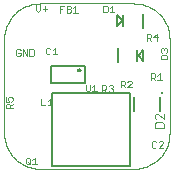
<source format=gto>
G75*
G70*
%OFA0B0*%
%FSLAX24Y24*%
%IPPOS*%
%LPD*%
%AMOC8*
5,1,8,0,0,1.08239X$1,22.5*
%
%ADD10C,0.0000*%
%ADD11C,0.0020*%
%ADD12C,0.0050*%
%ADD13C,0.0080*%
%ADD14C,0.0118*%
%ADD15C,0.0030*%
D10*
X001331Y000210D02*
X004481Y000210D01*
X004547Y000212D01*
X004613Y000217D01*
X004679Y000227D01*
X004744Y000240D01*
X004808Y000256D01*
X004871Y000276D01*
X004933Y000300D01*
X004993Y000327D01*
X005052Y000357D01*
X005109Y000391D01*
X005164Y000428D01*
X005217Y000468D01*
X005268Y000510D01*
X005316Y000556D01*
X005362Y000604D01*
X005404Y000655D01*
X005444Y000708D01*
X005481Y000763D01*
X005515Y000820D01*
X005545Y000879D01*
X005572Y000939D01*
X005596Y001001D01*
X005616Y001064D01*
X005632Y001128D01*
X005645Y001193D01*
X005655Y001259D01*
X005660Y001325D01*
X005662Y001391D01*
X005662Y004540D01*
X005660Y004606D01*
X005655Y004672D01*
X005645Y004738D01*
X005632Y004803D01*
X005616Y004867D01*
X005596Y004930D01*
X005572Y004992D01*
X005545Y005052D01*
X005515Y005111D01*
X005481Y005168D01*
X005444Y005223D01*
X005404Y005276D01*
X005362Y005327D01*
X005316Y005375D01*
X005268Y005421D01*
X005217Y005463D01*
X005164Y005503D01*
X005109Y005540D01*
X005052Y005574D01*
X004993Y005604D01*
X004933Y005631D01*
X004871Y005655D01*
X004808Y005675D01*
X004744Y005691D01*
X004679Y005704D01*
X004613Y005714D01*
X004547Y005719D01*
X004481Y005721D01*
X004481Y005722D02*
X001331Y005722D01*
X001331Y005721D02*
X001265Y005719D01*
X001199Y005714D01*
X001133Y005704D01*
X001068Y005691D01*
X001004Y005675D01*
X000941Y005655D01*
X000879Y005631D01*
X000819Y005604D01*
X000760Y005574D01*
X000703Y005540D01*
X000648Y005503D01*
X000595Y005463D01*
X000544Y005421D01*
X000496Y005375D01*
X000450Y005327D01*
X000408Y005276D01*
X000368Y005223D01*
X000331Y005168D01*
X000297Y005111D01*
X000267Y005052D01*
X000240Y004992D01*
X000216Y004930D01*
X000196Y004867D01*
X000180Y004803D01*
X000167Y004738D01*
X000157Y004672D01*
X000152Y004606D01*
X000150Y004540D01*
X000150Y001391D01*
X000152Y001325D01*
X000157Y001259D01*
X000167Y001193D01*
X000180Y001128D01*
X000196Y001064D01*
X000216Y001001D01*
X000240Y000939D01*
X000267Y000879D01*
X000297Y000820D01*
X000331Y000763D01*
X000368Y000708D01*
X000408Y000655D01*
X000450Y000604D01*
X000496Y000556D01*
X000544Y000510D01*
X000595Y000468D01*
X000648Y000428D01*
X000703Y000391D01*
X000760Y000357D01*
X000819Y000327D01*
X000879Y000300D01*
X000941Y000276D01*
X001004Y000256D01*
X001068Y000240D01*
X001133Y000227D01*
X001199Y000217D01*
X001265Y000212D01*
X001331Y000210D01*
D11*
X000909Y000359D02*
X000873Y000396D01*
X000873Y000543D01*
X000909Y000580D01*
X000983Y000580D01*
X001019Y000543D01*
X001019Y000396D01*
X000983Y000359D01*
X000909Y000359D01*
X000946Y000433D02*
X001019Y000359D01*
X001094Y000359D02*
X001240Y000359D01*
X001167Y000359D02*
X001167Y000580D01*
X001094Y000506D01*
X000431Y002234D02*
X000211Y002234D01*
X000211Y002344D01*
X000248Y002380D01*
X000321Y002380D01*
X000358Y002344D01*
X000358Y002234D01*
X000358Y002307D02*
X000431Y002380D01*
X000395Y002454D02*
X000431Y002491D01*
X000431Y002565D01*
X000395Y002601D01*
X000321Y002601D01*
X000285Y002565D01*
X000285Y002528D01*
X000321Y002454D01*
X000211Y002454D01*
X000211Y002601D01*
X001379Y002550D02*
X001379Y002330D01*
X001525Y002330D01*
X001599Y002330D02*
X001746Y002330D01*
X001673Y002330D02*
X001673Y002550D01*
X001599Y002477D01*
X002866Y002831D02*
X002902Y002795D01*
X002976Y002795D01*
X003012Y002831D01*
X003012Y003015D01*
X003087Y002941D02*
X003160Y003015D01*
X003160Y002795D01*
X003087Y002795D02*
X003233Y002795D01*
X003413Y002781D02*
X003413Y003001D01*
X003523Y003001D01*
X003560Y002964D01*
X003560Y002891D01*
X003523Y002854D01*
X003413Y002854D01*
X003486Y002854D02*
X003560Y002781D01*
X003634Y002818D02*
X003671Y002781D01*
X003744Y002781D01*
X003781Y002818D01*
X003781Y002854D01*
X003744Y002891D01*
X003707Y002891D01*
X003744Y002891D02*
X003781Y002928D01*
X003781Y002964D01*
X003744Y003001D01*
X003671Y003001D01*
X003634Y002964D01*
X004038Y002932D02*
X004038Y003152D01*
X004148Y003152D01*
X004185Y003115D01*
X004185Y003042D01*
X004148Y003005D01*
X004038Y003005D01*
X004112Y003005D02*
X004185Y002932D01*
X004259Y002932D02*
X004406Y003079D01*
X004406Y003115D01*
X004369Y003152D01*
X004296Y003152D01*
X004259Y003115D01*
X004259Y002932D02*
X004406Y002932D01*
X005037Y003175D02*
X005037Y003395D01*
X005147Y003395D01*
X005184Y003358D01*
X005184Y003285D01*
X005147Y003248D01*
X005037Y003248D01*
X005110Y003248D02*
X005184Y003175D01*
X005258Y003175D02*
X005405Y003175D01*
X005331Y003175D02*
X005331Y003395D01*
X005258Y003321D01*
X005364Y003861D02*
X005364Y003972D01*
X005401Y004008D01*
X005548Y004008D01*
X005584Y003972D01*
X005584Y003861D01*
X005364Y003861D01*
X005401Y004082D02*
X005364Y004119D01*
X005364Y004193D01*
X005401Y004229D01*
X005438Y004229D01*
X005474Y004193D01*
X005511Y004229D01*
X005548Y004229D01*
X005584Y004193D01*
X005584Y004119D01*
X005548Y004082D01*
X005474Y004156D02*
X005474Y004193D01*
X005233Y004487D02*
X005233Y004708D01*
X005123Y004598D01*
X005270Y004598D01*
X005049Y004598D02*
X005012Y004561D01*
X004902Y004561D01*
X004976Y004561D02*
X005049Y004487D01*
X005049Y004598D02*
X005049Y004671D01*
X005012Y004708D01*
X004902Y004708D01*
X004902Y004487D01*
X003824Y005424D02*
X003677Y005424D01*
X003751Y005424D02*
X003751Y005644D01*
X003677Y005571D01*
X003603Y005608D02*
X003566Y005644D01*
X003456Y005644D01*
X003456Y005424D01*
X003566Y005424D01*
X003603Y005461D01*
X003603Y005608D01*
X002600Y005420D02*
X002453Y005420D01*
X002526Y005420D02*
X002526Y005640D01*
X002453Y005567D01*
X002379Y005567D02*
X002342Y005530D01*
X002232Y005530D01*
X002342Y005530D02*
X002379Y005494D01*
X002379Y005457D01*
X002342Y005420D01*
X002232Y005420D01*
X002232Y005640D01*
X002342Y005640D01*
X002379Y005604D01*
X002379Y005567D01*
X002158Y005640D02*
X002011Y005640D01*
X002011Y005420D01*
X002011Y005530D02*
X002084Y005530D01*
X001582Y005552D02*
X001435Y005552D01*
X001361Y005516D02*
X001361Y005663D01*
X001361Y005516D02*
X001287Y005442D01*
X001214Y005516D01*
X001214Y005663D01*
X001508Y005626D02*
X001508Y005479D01*
X001580Y004249D02*
X001543Y004212D01*
X001543Y004066D01*
X001580Y004029D01*
X001653Y004029D01*
X001690Y004066D01*
X001764Y004029D02*
X001911Y004029D01*
X001837Y004029D02*
X001837Y004249D01*
X001764Y004176D01*
X001690Y004212D02*
X001653Y004249D01*
X001580Y004249D01*
X001139Y004159D02*
X001139Y004012D01*
X001102Y003976D01*
X000992Y003976D01*
X000992Y004196D01*
X001102Y004196D01*
X001139Y004159D01*
X000918Y004196D02*
X000918Y003976D01*
X000771Y004196D01*
X000771Y003976D01*
X000697Y004012D02*
X000697Y004086D01*
X000624Y004086D01*
X000697Y004159D02*
X000660Y004196D01*
X000587Y004196D01*
X000550Y004159D01*
X000550Y004012D01*
X000587Y003976D01*
X000660Y003976D01*
X000697Y004012D01*
X002866Y003015D02*
X002866Y002831D01*
X005076Y001100D02*
X005076Y000953D01*
X005112Y000916D01*
X005186Y000916D01*
X005223Y000953D01*
X005297Y000916D02*
X005444Y001063D01*
X005444Y001100D01*
X005407Y001136D01*
X005333Y001136D01*
X005297Y001100D01*
X005223Y001100D02*
X005186Y001136D01*
X005112Y001136D01*
X005076Y001100D01*
X005297Y000916D02*
X005444Y000916D01*
D12*
X004349Y000292D02*
X004349Y002733D01*
X001750Y002733D01*
X001750Y000292D01*
X004349Y000292D01*
X003951Y003767D02*
X003951Y004239D01*
X004595Y004161D02*
X004595Y003806D01*
X004634Y003964D02*
X004792Y003806D01*
X004792Y004161D01*
X004634Y004003D01*
X004763Y004891D02*
X004763Y005363D01*
X004119Y005324D02*
X004119Y004970D01*
X004079Y005127D02*
X003922Y004970D01*
X003922Y005324D01*
X004079Y005166D01*
D13*
X002855Y003635D02*
X001713Y003635D01*
X001713Y003084D01*
X002855Y003084D01*
X002855Y003635D01*
X002619Y003497D02*
X002621Y003509D01*
X002626Y003520D01*
X002635Y003529D01*
X002646Y003534D01*
X002658Y003536D01*
X002670Y003534D01*
X002681Y003529D01*
X002690Y003520D01*
X002695Y003509D01*
X002697Y003497D01*
X002695Y003485D01*
X002690Y003474D01*
X002681Y003465D01*
X002670Y003460D01*
X002658Y003458D01*
X002646Y003460D01*
X002635Y003465D01*
X002626Y003474D01*
X002621Y003485D01*
X002619Y003497D01*
X004491Y002611D02*
X004491Y002139D01*
X005357Y002139D02*
X005357Y002611D01*
D14*
X005416Y002729D03*
D15*
X005465Y002053D02*
X005465Y001859D01*
X005271Y002053D01*
X005223Y002053D01*
X005175Y002004D01*
X005175Y001908D01*
X005223Y001859D01*
X005223Y001758D02*
X005175Y001710D01*
X005175Y001565D01*
X005465Y001565D01*
X005465Y001710D01*
X005416Y001758D01*
X005223Y001758D01*
M02*

</source>
